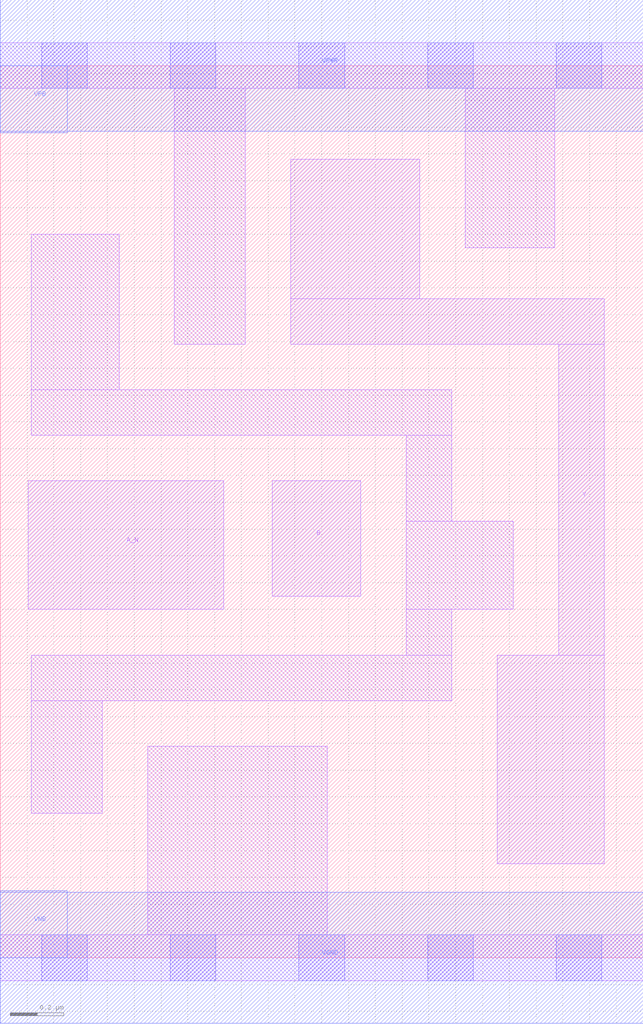
<source format=lef>
# Copyright 2020 The SkyWater PDK Authors
#
# Licensed under the Apache License, Version 2.0 (the "License");
# you may not use this file except in compliance with the License.
# You may obtain a copy of the License at
#
#     https://www.apache.org/licenses/LICENSE-2.0
#
# Unless required by applicable law or agreed to in writing, software
# distributed under the License is distributed on an "AS IS" BASIS,
# WITHOUT WARRANTIES OR CONDITIONS OF ANY KIND, either express or implied.
# See the License for the specific language governing permissions and
# limitations under the License.
#
# SPDX-License-Identifier: Apache-2.0

VERSION 5.5 ;
NAMESCASESENSITIVE ON ;
BUSBITCHARS "[]" ;
DIVIDERCHAR "/" ;
MACRO sky130_fd_sc_ms__nand2b_1
  CLASS CORE ;
  SOURCE USER ;
  ORIGIN  0.000000  0.000000 ;
  SIZE  2.400000 BY  3.330000 ;
  SYMMETRY X Y ;
  SITE unit ;
  PIN A_N
    ANTENNAGATEAREA  0.208000 ;
    DIRECTION INPUT ;
    USE SIGNAL ;
    PORT
      LAYER li1 ;
        RECT 0.105000 1.300000 0.835000 1.780000 ;
    END
  END A_N
  PIN B
    ANTENNAGATEAREA  0.279000 ;
    DIRECTION INPUT ;
    USE SIGNAL ;
    PORT
      LAYER li1 ;
        RECT 1.015000 1.350000 1.345000 1.780000 ;
    END
  END B
  PIN Y
    ANTENNADIFFAREA  0.710200 ;
    DIRECTION OUTPUT ;
    USE SIGNAL ;
    PORT
      LAYER li1 ;
        RECT 1.085000 2.290000 2.255000 2.460000 ;
        RECT 1.085000 2.460000 1.565000 2.980000 ;
        RECT 1.855000 0.350000 2.255000 1.130000 ;
        RECT 2.085000 1.130000 2.255000 2.290000 ;
    END
  END Y
  PIN VGND
    DIRECTION INOUT ;
    USE GROUND ;
    PORT
      LAYER met1 ;
        RECT 0.000000 -0.245000 2.400000 0.245000 ;
    END
  END VGND
  PIN VNB
    DIRECTION INOUT ;
    USE GROUND ;
    PORT
    END
  END VNB
  PIN VPB
    DIRECTION INOUT ;
    USE POWER ;
    PORT
    END
  END VPB
  PIN VNB
    DIRECTION INOUT ;
    USE GROUND ;
    PORT
      LAYER met1 ;
        RECT 0.000000 0.000000 0.250000 0.250000 ;
    END
  END VNB
  PIN VPB
    DIRECTION INOUT ;
    USE POWER ;
    PORT
      LAYER met1 ;
        RECT 0.000000 3.080000 0.250000 3.330000 ;
    END
  END VPB
  PIN VPWR
    DIRECTION INOUT ;
    USE POWER ;
    PORT
      LAYER met1 ;
        RECT 0.000000 3.085000 2.400000 3.575000 ;
    END
  END VPWR
  OBS
    LAYER li1 ;
      RECT 0.000000 -0.085000 2.400000 0.085000 ;
      RECT 0.000000  3.245000 2.400000 3.415000 ;
      RECT 0.115000  0.540000 0.380000 0.960000 ;
      RECT 0.115000  0.960000 1.685000 1.130000 ;
      RECT 0.115000  1.950000 1.685000 2.120000 ;
      RECT 0.115000  2.120000 0.445000 2.700000 ;
      RECT 0.550000  0.085000 1.220000 0.790000 ;
      RECT 0.650000  2.290000 0.915000 3.245000 ;
      RECT 1.515000  1.130000 1.685000 1.300000 ;
      RECT 1.515000  1.300000 1.915000 1.630000 ;
      RECT 1.515000  1.630000 1.685000 1.950000 ;
      RECT 1.735000  2.650000 2.070000 3.245000 ;
    LAYER mcon ;
      RECT 0.155000 -0.085000 0.325000 0.085000 ;
      RECT 0.155000  3.245000 0.325000 3.415000 ;
      RECT 0.635000 -0.085000 0.805000 0.085000 ;
      RECT 0.635000  3.245000 0.805000 3.415000 ;
      RECT 1.115000 -0.085000 1.285000 0.085000 ;
      RECT 1.115000  3.245000 1.285000 3.415000 ;
      RECT 1.595000 -0.085000 1.765000 0.085000 ;
      RECT 1.595000  3.245000 1.765000 3.415000 ;
      RECT 2.075000 -0.085000 2.245000 0.085000 ;
      RECT 2.075000  3.245000 2.245000 3.415000 ;
  END
END sky130_fd_sc_ms__nand2b_1
END LIBRARY

</source>
